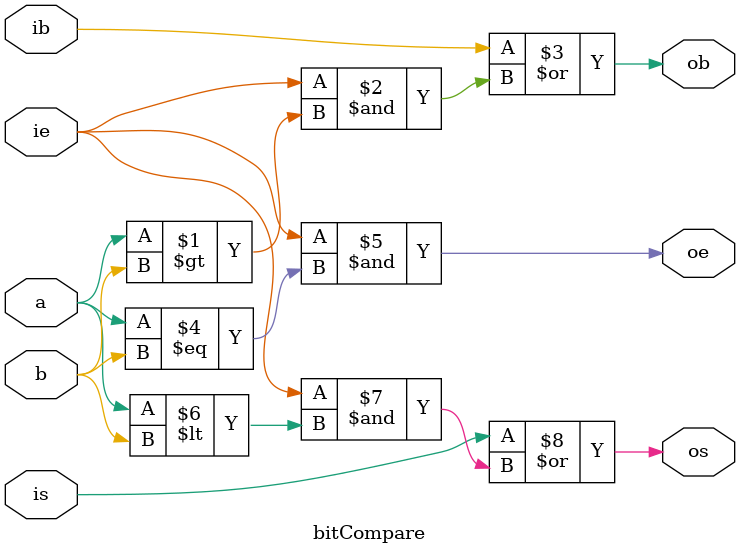
<source format=v>
`timescale 1ns / 1ps


module bitCompare(
input a,
input b,
input ib,
input ie,
input is,
output ob,
output oe,
output os
    );
    assign ob=ib|(ie&(a>b));
    assign oe=ie&(a==b);
    assign os=is|(ie&(a<b));
    
endmodule

</source>
